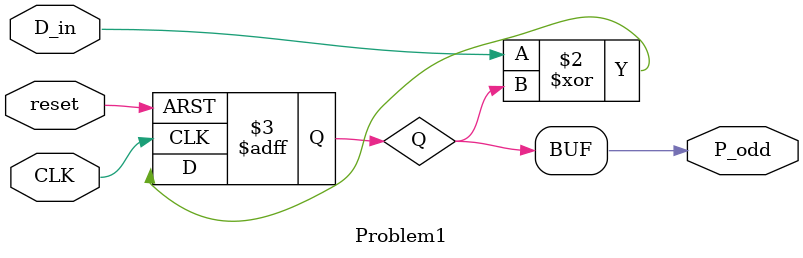
<source format=v>

module Problem1 (
    input  wire D_in,    // serial data input
    input  wire CLK,     // posedge clock
    input  wire reset,   // asynchronous active-high reset
    output wire P_odd    // output: running odd parity
);

    // Internal state register (the D flip-flop’s Q)
    reg Q;

    // Async active-high reset and posedge clock behavior
    always @(posedge CLK or posedge reset) begin
        if (reset) begin
            // Reset to known state: even parity baseline
            Q <= 1'b0;
        end else begin
            // Next-state logic from diagram:
            // D <= D_in XOR Q (toggle parity when incoming bit is 1)
            Q <= D_in ^ Q;
        end
    end

    // Output mapping: diagram labels Q as P_odd
    assign P_odd = Q;

endmodule

</source>
